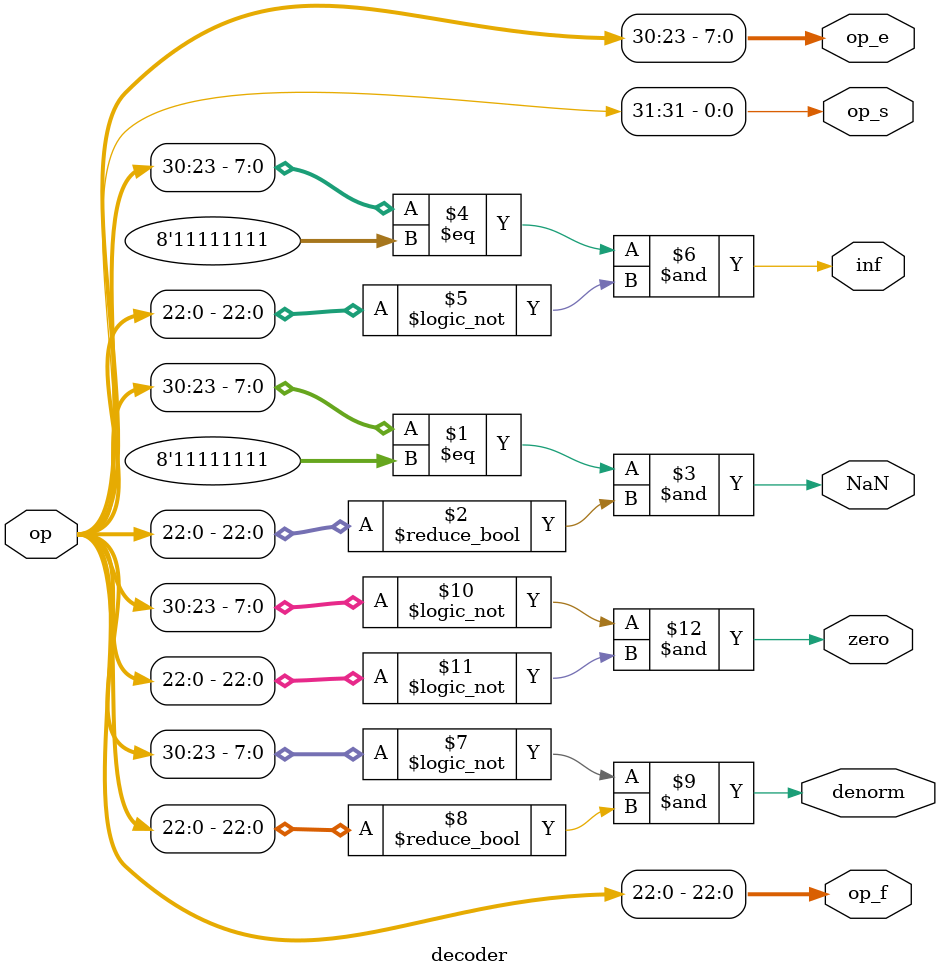
<source format=v>
module decoder
(
    input wire [31:0] op,

    output wire        op_s,
    output wire [7:0]  op_e,
    output wire [22:0] op_f,

    output wire NaN,
    output wire inf,
    output wire denorm,
    output wire zero
);

//splitter
assign op_s = op[31];
assign op_e = op[30:23];
assign op_f = op[22:0];

//status decoder
assign NaN    = (op_e == 8'b11111111) & (op_f != 23'b0);
assign inf    = (op_e == 8'b11111111) & (op_f == 23'b0);
assign denorm = (op_e == 8'b0)        & (op_f != 23'b0);
assign zero   = (op_e == 8'b0)        & (op_f == 23'b0);

endmodule
</source>
